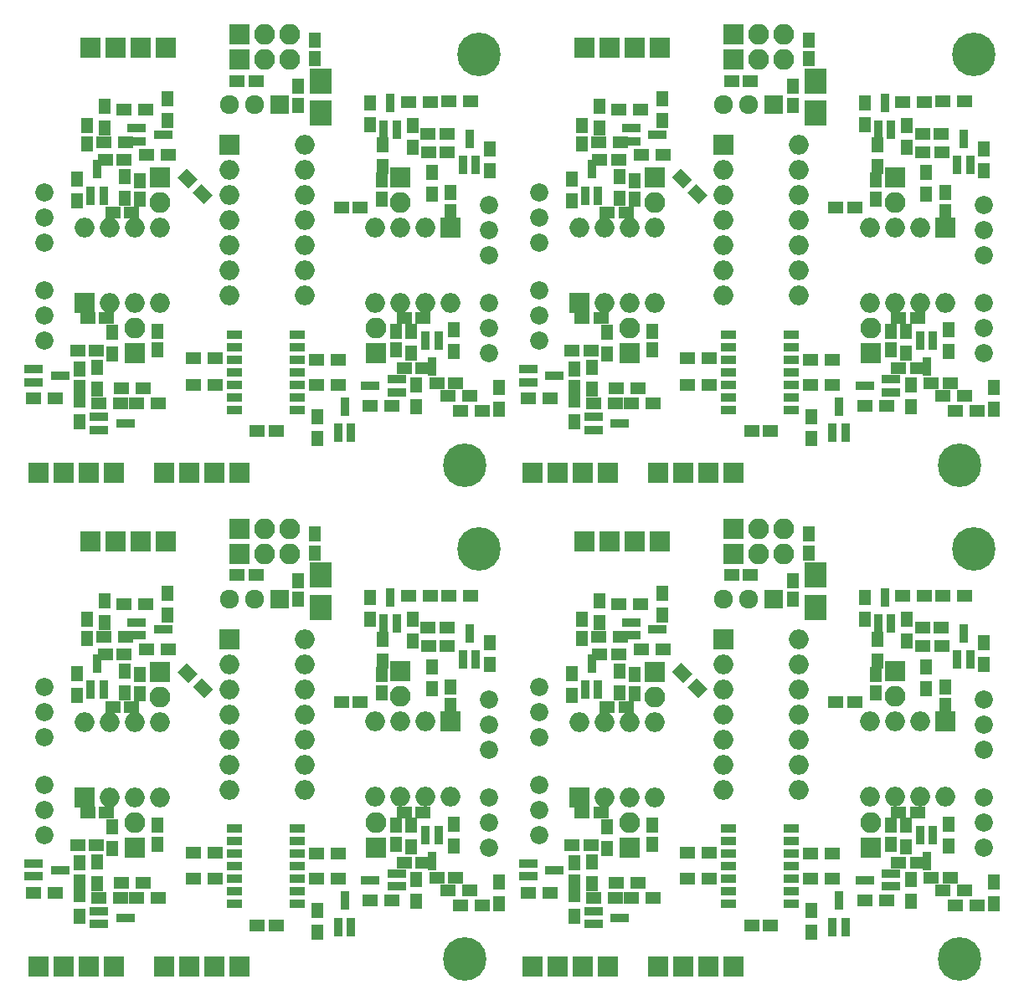
<source format=gbr>
G04 #@! TF.FileFunction,Soldermask,Top*
%FSLAX46Y46*%
G04 Gerber Fmt 4.6, Leading zero omitted, Abs format (unit mm)*
G04 Created by KiCad (PCBNEW 4.0.6) date 07/25/17 22:42:55*
%MOMM*%
%LPD*%
G01*
G04 APERTURE LIST*
%ADD10C,0.100000*%
%ADD11R,1.600000X1.150000*%
%ADD12R,1.150000X1.600000*%
%ADD13R,1.300000X1.600000*%
%ADD14C,4.400000*%
%ADD15R,1.600000X1.300000*%
%ADD16R,2.100000X2.100000*%
%ADD17O,2.100000X2.100000*%
%ADD18C,1.840000*%
%ADD19R,2.000000X2.000000*%
%ADD20O,2.000000X2.000000*%
%ADD21R,0.850000X1.900000*%
%ADD22R,1.900000X0.850000*%
%ADD23C,1.920000*%
%ADD24R,1.920000X1.920000*%
%ADD25R,2.200000X2.550000*%
%ADD26R,1.543000X0.908000*%
G04 APERTURE END LIST*
D10*
D11*
X118688000Y-121164000D03*
X116788000Y-121164000D03*
X68688000Y-121164000D03*
X66788000Y-121164000D03*
X118688000Y-71164000D03*
X116788000Y-71164000D03*
X118688000Y-116084000D03*
X116788000Y-116084000D03*
X68688000Y-116084000D03*
X66788000Y-116084000D03*
X118688000Y-66084000D03*
X116788000Y-66084000D03*
D12*
X115960000Y-117420000D03*
X115960000Y-119320000D03*
X65960000Y-117420000D03*
X65960000Y-119320000D03*
X115960000Y-67420000D03*
X115960000Y-69320000D03*
D13*
X117484000Y-117397000D03*
X117484000Y-119597000D03*
X67484000Y-117397000D03*
X67484000Y-119597000D03*
X117484000Y-67397000D03*
X117484000Y-69597000D03*
X126374000Y-123112000D03*
X126374000Y-125312000D03*
X76374000Y-123112000D03*
X76374000Y-125312000D03*
X126374000Y-73112000D03*
X126374000Y-75312000D03*
D14*
X122920000Y-130970000D03*
X72920000Y-130970000D03*
X122920000Y-80970000D03*
D15*
X123410000Y-123958000D03*
X121210000Y-123958000D03*
X73410000Y-123958000D03*
X71210000Y-123958000D03*
X123410000Y-73958000D03*
X121210000Y-73958000D03*
D11*
X121990000Y-122688000D03*
X120090000Y-122688000D03*
X71990000Y-122688000D03*
X70090000Y-122688000D03*
X121990000Y-72688000D03*
X120090000Y-72688000D03*
D15*
X124680000Y-125482000D03*
X122480000Y-125482000D03*
X74680000Y-125482000D03*
X72480000Y-125482000D03*
X124680000Y-75482000D03*
X122480000Y-75482000D03*
D11*
X110438000Y-104908000D03*
X112338000Y-104908000D03*
X60438000Y-104908000D03*
X62338000Y-104908000D03*
X110438000Y-54908000D03*
X112338000Y-54908000D03*
D16*
X113928000Y-119640000D03*
D17*
X113928000Y-117100000D03*
D16*
X63928000Y-119640000D03*
D17*
X63928000Y-117100000D03*
D16*
X113928000Y-69640000D03*
D17*
X113928000Y-67100000D03*
D18*
X125358000Y-104654000D03*
X125358000Y-107194000D03*
X125358000Y-109734000D03*
X75358000Y-104654000D03*
X75358000Y-107194000D03*
X75358000Y-109734000D03*
X125358000Y-54654000D03*
X125358000Y-57194000D03*
X125358000Y-59734000D03*
D13*
X121802000Y-119470000D03*
X121802000Y-117270000D03*
X71802000Y-119470000D03*
X71802000Y-117270000D03*
X121802000Y-69470000D03*
X121802000Y-67270000D03*
D18*
X125358000Y-114560000D03*
X125358000Y-117100000D03*
X125358000Y-119640000D03*
X75358000Y-114560000D03*
X75358000Y-117100000D03*
X75358000Y-119640000D03*
X125358000Y-64560000D03*
X125358000Y-67100000D03*
X125358000Y-69640000D03*
D19*
X121467000Y-106912000D03*
D20*
X113847000Y-114532000D03*
X118927000Y-106912000D03*
X116387000Y-114532000D03*
X116387000Y-106912000D03*
X118927000Y-114532000D03*
X113847000Y-106912000D03*
X121467000Y-114532000D03*
D19*
X71467000Y-106912000D03*
D20*
X63847000Y-114532000D03*
X68927000Y-106912000D03*
X66387000Y-114532000D03*
X66387000Y-106912000D03*
X68927000Y-114532000D03*
X63847000Y-106912000D03*
X71467000Y-114532000D03*
D19*
X121467000Y-56912000D03*
D20*
X113847000Y-64532000D03*
X118927000Y-56912000D03*
X116387000Y-64532000D03*
X116387000Y-56912000D03*
X118927000Y-64532000D03*
X113847000Y-56912000D03*
X121467000Y-64532000D03*
D21*
X120256000Y-118372000D03*
X118956000Y-118372000D03*
X119606000Y-121032000D03*
X70256000Y-118372000D03*
X68956000Y-118372000D03*
X69606000Y-121032000D03*
X120256000Y-68372000D03*
X118956000Y-68372000D03*
X119606000Y-71032000D03*
D12*
X121467000Y-105322000D03*
X121467000Y-103422000D03*
X71467000Y-105322000D03*
X71467000Y-103422000D03*
X121467000Y-55322000D03*
X121467000Y-53422000D03*
D15*
X115536000Y-124974000D03*
X113336000Y-124974000D03*
X65536000Y-124974000D03*
X63336000Y-124974000D03*
X115536000Y-74974000D03*
X113336000Y-74974000D03*
D22*
X116020000Y-123592000D03*
X116020000Y-122292000D03*
X113360000Y-122942000D03*
X66020000Y-123592000D03*
X66020000Y-122292000D03*
X63360000Y-122942000D03*
X116020000Y-73592000D03*
X116020000Y-72292000D03*
X113360000Y-72942000D03*
D13*
X117992000Y-125058000D03*
X117992000Y-122858000D03*
X67992000Y-125058000D03*
X67992000Y-122858000D03*
X117992000Y-75058000D03*
X117992000Y-72858000D03*
D21*
X110103000Y-127701000D03*
X111403000Y-127701000D03*
X110753000Y-125041000D03*
X60103000Y-127701000D03*
X61403000Y-127701000D03*
X60753000Y-125041000D03*
X110103000Y-77701000D03*
X111403000Y-77701000D03*
X110753000Y-75041000D03*
D16*
X85046000Y-88700000D03*
X35046000Y-88700000D03*
X85046000Y-38700000D03*
X92666000Y-88700000D03*
X42666000Y-88700000D03*
X92666000Y-38700000D03*
X90126000Y-88700000D03*
X40126000Y-88700000D03*
X90126000Y-38700000D03*
X87586000Y-88700000D03*
X37586000Y-88700000D03*
X87586000Y-38700000D03*
D15*
X90644000Y-95002000D03*
X88444000Y-95002000D03*
X40644000Y-95002000D03*
X38444000Y-95002000D03*
X90644000Y-45002000D03*
X88444000Y-45002000D03*
D23*
X101609000Y-94494000D03*
X99069000Y-94494000D03*
D24*
X104149000Y-94494000D03*
D23*
X51609000Y-94494000D03*
X49069000Y-94494000D03*
D24*
X54149000Y-94494000D03*
D23*
X101609000Y-44494000D03*
X99069000Y-44494000D03*
D24*
X104149000Y-44494000D03*
D16*
X100085000Y-87382000D03*
D17*
X102625000Y-87382000D03*
X105165000Y-87382000D03*
D16*
X50085000Y-87382000D03*
D17*
X52625000Y-87382000D03*
X55165000Y-87382000D03*
D16*
X100085000Y-37382000D03*
D17*
X102625000Y-37382000D03*
X105165000Y-37382000D03*
D16*
X100085000Y-89922000D03*
D17*
X102625000Y-89922000D03*
X105165000Y-89922000D03*
D16*
X50085000Y-89922000D03*
D17*
X52625000Y-89922000D03*
X55165000Y-89922000D03*
D16*
X100085000Y-39922000D03*
D17*
X102625000Y-39922000D03*
X105165000Y-39922000D03*
D12*
X106054000Y-94555000D03*
X106054000Y-92655000D03*
X56054000Y-94555000D03*
X56054000Y-92655000D03*
X106054000Y-44555000D03*
X106054000Y-42655000D03*
X107705000Y-89856000D03*
X107705000Y-87956000D03*
X57705000Y-89856000D03*
X57705000Y-87956000D03*
X107705000Y-39856000D03*
X107705000Y-37956000D03*
D11*
X99897000Y-92081000D03*
X101797000Y-92081000D03*
X49897000Y-92081000D03*
X51797000Y-92081000D03*
X99897000Y-42081000D03*
X101797000Y-42081000D03*
D25*
X108340000Y-95357000D03*
X108340000Y-92107000D03*
X58340000Y-95357000D03*
X58340000Y-92107000D03*
X108340000Y-45357000D03*
X108340000Y-42107000D03*
D22*
X89738000Y-96892000D03*
X89738000Y-98192000D03*
X92398000Y-97542000D03*
X39738000Y-96892000D03*
X39738000Y-98192000D03*
X42398000Y-97542000D03*
X89738000Y-46892000D03*
X89738000Y-48192000D03*
X92398000Y-47542000D03*
D13*
X92846000Y-93902000D03*
X92846000Y-96102000D03*
X42846000Y-93902000D03*
X42846000Y-96102000D03*
X92846000Y-43902000D03*
X92846000Y-46102000D03*
D12*
X84718000Y-96592000D03*
X84718000Y-98492000D03*
X34718000Y-96592000D03*
X34718000Y-98492000D03*
X84718000Y-46592000D03*
X84718000Y-48492000D03*
D13*
X86496000Y-96864000D03*
X86496000Y-94664000D03*
X36496000Y-96864000D03*
X36496000Y-94664000D03*
X86496000Y-46864000D03*
X86496000Y-44664000D03*
D15*
X86412000Y-98304000D03*
X88612000Y-98304000D03*
X36412000Y-98304000D03*
X38612000Y-98304000D03*
X86412000Y-48304000D03*
X88612000Y-48304000D03*
D14*
X124342000Y-89414000D03*
X74342000Y-89414000D03*
X124342000Y-39414000D03*
D13*
X125404000Y-98954000D03*
X125404000Y-101154000D03*
X75404000Y-98954000D03*
X75404000Y-101154000D03*
X125404000Y-48954000D03*
X125404000Y-51154000D03*
D11*
X119201000Y-97415000D03*
X121101000Y-97415000D03*
X69201000Y-97415000D03*
X71101000Y-97415000D03*
X119201000Y-47415000D03*
X121101000Y-47415000D03*
X121147000Y-99292000D03*
X119247000Y-99292000D03*
X71147000Y-99292000D03*
X69247000Y-99292000D03*
X121147000Y-49292000D03*
X119247000Y-49292000D03*
D15*
X123460000Y-94178000D03*
X121260000Y-94178000D03*
X73460000Y-94178000D03*
X71260000Y-94178000D03*
X123460000Y-44178000D03*
X121260000Y-44178000D03*
D21*
X122722000Y-100622000D03*
X124022000Y-100622000D03*
X123372000Y-97962000D03*
X72722000Y-100622000D03*
X74022000Y-100622000D03*
X73372000Y-97962000D03*
X122722000Y-50622000D03*
X124022000Y-50622000D03*
X123372000Y-47962000D03*
D16*
X116387000Y-101832000D03*
D17*
X116387000Y-104372000D03*
D16*
X66387000Y-101832000D03*
D17*
X66387000Y-104372000D03*
D16*
X116387000Y-51832000D03*
D17*
X116387000Y-54372000D03*
D12*
X114482000Y-104052000D03*
X114482000Y-102152000D03*
X64482000Y-104052000D03*
X64482000Y-102152000D03*
X114482000Y-54052000D03*
X114482000Y-52152000D03*
D13*
X119562000Y-103567000D03*
X119562000Y-101367000D03*
X69562000Y-103567000D03*
X69562000Y-101367000D03*
X119562000Y-53567000D03*
X119562000Y-51367000D03*
D21*
X114710000Y-97008000D03*
X116010000Y-97008000D03*
X115360000Y-94348000D03*
X64710000Y-97008000D03*
X66010000Y-97008000D03*
X65360000Y-94348000D03*
X114710000Y-47008000D03*
X116010000Y-47008000D03*
X115360000Y-44348000D03*
D15*
X119392000Y-94212000D03*
X117192000Y-94212000D03*
X69392000Y-94212000D03*
X67192000Y-94212000D03*
X119392000Y-44212000D03*
X117192000Y-44212000D03*
D13*
X114610000Y-98578000D03*
X114610000Y-100778000D03*
X64610000Y-98578000D03*
X64610000Y-100778000D03*
X114610000Y-48578000D03*
X114610000Y-50778000D03*
X113360000Y-94328000D03*
X113360000Y-96528000D03*
X63360000Y-94328000D03*
X63360000Y-96528000D03*
X113360000Y-44328000D03*
X113360000Y-46528000D03*
X117610000Y-98778000D03*
X117610000Y-96578000D03*
X67610000Y-98778000D03*
X67610000Y-96578000D03*
X117610000Y-48778000D03*
X117610000Y-46578000D03*
D16*
X92084000Y-101860000D03*
D17*
X92084000Y-104400000D03*
D16*
X42084000Y-101860000D03*
D17*
X42084000Y-104400000D03*
D16*
X92084000Y-51860000D03*
D17*
X92084000Y-54400000D03*
D21*
X85084000Y-103698000D03*
X86384000Y-103698000D03*
X85734000Y-101038000D03*
X35084000Y-103698000D03*
X36384000Y-103698000D03*
X35734000Y-101038000D03*
X85084000Y-53698000D03*
X86384000Y-53698000D03*
X85734000Y-51038000D03*
D10*
G36*
X93836878Y-101865117D02*
X94756117Y-100945878D01*
X95887488Y-102077249D01*
X94968249Y-102996488D01*
X93836878Y-101865117D01*
X93836878Y-101865117D01*
G37*
G36*
X95392512Y-103420751D02*
X96311751Y-102501512D01*
X97443122Y-103632883D01*
X96523883Y-104552122D01*
X95392512Y-103420751D01*
X95392512Y-103420751D01*
G37*
G36*
X43836878Y-101865117D02*
X44756117Y-100945878D01*
X45887488Y-102077249D01*
X44968249Y-102996488D01*
X43836878Y-101865117D01*
X43836878Y-101865117D01*
G37*
G36*
X45392512Y-103420751D02*
X46311751Y-102501512D01*
X47443122Y-103632883D01*
X46523883Y-104552122D01*
X45392512Y-103420751D01*
X45392512Y-103420751D01*
G37*
G36*
X93836878Y-51865117D02*
X94756117Y-50945878D01*
X95887488Y-52077249D01*
X94968249Y-52996488D01*
X93836878Y-51865117D01*
X93836878Y-51865117D01*
G37*
G36*
X95392512Y-53420751D02*
X96311751Y-52501512D01*
X97443122Y-53632883D01*
X96523883Y-54552122D01*
X95392512Y-53420751D01*
X95392512Y-53420751D01*
G37*
D11*
X86562000Y-100082000D03*
X88462000Y-100082000D03*
X36562000Y-100082000D03*
X38462000Y-100082000D03*
X86562000Y-50082000D03*
X88462000Y-50082000D03*
X87324000Y-105416000D03*
X89224000Y-105416000D03*
X37324000Y-105416000D03*
X39224000Y-105416000D03*
X87324000Y-55416000D03*
X89224000Y-55416000D03*
D15*
X92930000Y-99574000D03*
X90730000Y-99574000D03*
X42930000Y-99574000D03*
X40730000Y-99574000D03*
X92930000Y-49574000D03*
X90730000Y-49574000D03*
D12*
X90052000Y-104080000D03*
X90052000Y-102180000D03*
X40052000Y-104080000D03*
X40052000Y-102180000D03*
X90052000Y-54080000D03*
X90052000Y-52180000D03*
D13*
X88528000Y-103976000D03*
X88528000Y-101776000D03*
X38528000Y-103976000D03*
X38528000Y-101776000D03*
X88528000Y-53976000D03*
X88528000Y-51776000D03*
X107959000Y-126033000D03*
X107959000Y-128233000D03*
X57959000Y-126033000D03*
X57959000Y-128233000D03*
X107959000Y-76033000D03*
X107959000Y-78233000D03*
D16*
X95005000Y-131705000D03*
X45005000Y-131705000D03*
X95005000Y-81705000D03*
X97545000Y-131705000D03*
X47545000Y-131705000D03*
X97545000Y-81705000D03*
X100085000Y-131705000D03*
X50085000Y-131705000D03*
X100085000Y-81705000D03*
D11*
X101929000Y-127514000D03*
X103829000Y-127514000D03*
X51929000Y-127514000D03*
X53829000Y-127514000D03*
X101929000Y-77514000D03*
X103829000Y-77514000D03*
D12*
X91830000Y-117420000D03*
X91830000Y-119320000D03*
X41830000Y-117420000D03*
X41830000Y-119320000D03*
X91830000Y-67420000D03*
X91830000Y-69320000D03*
D16*
X89544000Y-119640000D03*
D17*
X89544000Y-117100000D03*
D16*
X39544000Y-119640000D03*
D17*
X39544000Y-117100000D03*
D16*
X89544000Y-69640000D03*
D17*
X89544000Y-67100000D03*
D13*
X87258000Y-117524000D03*
X87258000Y-119724000D03*
X37258000Y-117524000D03*
X37258000Y-119724000D03*
X87258000Y-67524000D03*
X87258000Y-69724000D03*
D11*
X83768000Y-119386000D03*
X85668000Y-119386000D03*
X33768000Y-119386000D03*
X35668000Y-119386000D03*
X83768000Y-69386000D03*
X85668000Y-69386000D03*
X84784000Y-116084000D03*
X86684000Y-116084000D03*
X34784000Y-116084000D03*
X36684000Y-116084000D03*
X84784000Y-66084000D03*
X86684000Y-66084000D03*
D19*
X99069000Y-98558000D03*
D20*
X106689000Y-113798000D03*
X99069000Y-101098000D03*
X106689000Y-111258000D03*
X99069000Y-103638000D03*
X106689000Y-108718000D03*
X99069000Y-106178000D03*
X106689000Y-106178000D03*
X99069000Y-108718000D03*
X106689000Y-103638000D03*
X99069000Y-111258000D03*
X106689000Y-101098000D03*
X99069000Y-113798000D03*
X106689000Y-98558000D03*
D19*
X49069000Y-98558000D03*
D20*
X56689000Y-113798000D03*
X49069000Y-101098000D03*
X56689000Y-111258000D03*
X49069000Y-103638000D03*
X56689000Y-108718000D03*
X49069000Y-106178000D03*
X56689000Y-106178000D03*
X49069000Y-108718000D03*
X56689000Y-103638000D03*
X49069000Y-111258000D03*
X56689000Y-101098000D03*
X49069000Y-113798000D03*
X56689000Y-98558000D03*
D19*
X99069000Y-48558000D03*
D20*
X106689000Y-63798000D03*
X99069000Y-51098000D03*
X106689000Y-61258000D03*
X99069000Y-53638000D03*
X106689000Y-58718000D03*
X99069000Y-56178000D03*
X106689000Y-56178000D03*
X99069000Y-58718000D03*
X106689000Y-53638000D03*
X99069000Y-61258000D03*
X106689000Y-51098000D03*
X99069000Y-63798000D03*
X106689000Y-48558000D03*
D15*
X97629000Y-120148000D03*
X95429000Y-120148000D03*
X47629000Y-120148000D03*
X45429000Y-120148000D03*
X97629000Y-70148000D03*
X95429000Y-70148000D03*
X107875000Y-122815000D03*
X110075000Y-122815000D03*
X57875000Y-122815000D03*
X60075000Y-122815000D03*
X107875000Y-72815000D03*
X110075000Y-72815000D03*
X97629000Y-122815000D03*
X95429000Y-122815000D03*
X47629000Y-122815000D03*
X45429000Y-122815000D03*
X97629000Y-72815000D03*
X95429000Y-72815000D03*
D26*
X99577000Y-117735000D03*
X99577000Y-119005000D03*
X99577000Y-120275000D03*
X99577000Y-121545000D03*
X99577000Y-122815000D03*
X99577000Y-124085000D03*
X99577000Y-125355000D03*
X105927000Y-125355000D03*
X105927000Y-124085000D03*
X105927000Y-121545000D03*
X105927000Y-120275000D03*
X105927000Y-119005000D03*
X105927000Y-117735000D03*
X105927000Y-122815000D03*
X49577000Y-117735000D03*
X49577000Y-119005000D03*
X49577000Y-120275000D03*
X49577000Y-121545000D03*
X49577000Y-122815000D03*
X49577000Y-124085000D03*
X49577000Y-125355000D03*
X55927000Y-125355000D03*
X55927000Y-124085000D03*
X55927000Y-121545000D03*
X55927000Y-120275000D03*
X55927000Y-119005000D03*
X55927000Y-117735000D03*
X55927000Y-122815000D03*
X99577000Y-67735000D03*
X99577000Y-69005000D03*
X99577000Y-70275000D03*
X99577000Y-71545000D03*
X99577000Y-72815000D03*
X99577000Y-74085000D03*
X99577000Y-75355000D03*
X105927000Y-75355000D03*
X105927000Y-74085000D03*
X105927000Y-71545000D03*
X105927000Y-70275000D03*
X105927000Y-69005000D03*
X105927000Y-67735000D03*
X105927000Y-72815000D03*
D15*
X107875000Y-120275000D03*
X110075000Y-120275000D03*
X57875000Y-120275000D03*
X60075000Y-120275000D03*
X107875000Y-70275000D03*
X110075000Y-70275000D03*
D16*
X79765000Y-131705000D03*
X29765000Y-131705000D03*
X79765000Y-81705000D03*
X84845000Y-131705000D03*
X34845000Y-131705000D03*
X84845000Y-81705000D03*
X82305000Y-131705000D03*
X32305000Y-131705000D03*
X82305000Y-81705000D03*
D22*
X79324000Y-121276000D03*
X79324000Y-122576000D03*
X81984000Y-121926000D03*
X29324000Y-121276000D03*
X29324000Y-122576000D03*
X31984000Y-121926000D03*
X79324000Y-71276000D03*
X79324000Y-72576000D03*
X81984000Y-71926000D03*
D15*
X81500000Y-124212000D03*
X79300000Y-124212000D03*
X31500000Y-124212000D03*
X29300000Y-124212000D03*
X81500000Y-74212000D03*
X79300000Y-74212000D03*
D13*
X85734000Y-123280000D03*
X85734000Y-121080000D03*
X35734000Y-123280000D03*
X35734000Y-121080000D03*
X85734000Y-73280000D03*
X85734000Y-71080000D03*
D12*
X83956000Y-123130000D03*
X83956000Y-121230000D03*
X33956000Y-123130000D03*
X33956000Y-121230000D03*
X83956000Y-73130000D03*
X83956000Y-71230000D03*
D16*
X92465000Y-131705000D03*
X42465000Y-131705000D03*
X92465000Y-81705000D03*
X87385000Y-131705000D03*
X37385000Y-131705000D03*
X87385000Y-81705000D03*
D22*
X85928000Y-126102000D03*
X85928000Y-127402000D03*
X88588000Y-126752000D03*
X35928000Y-126102000D03*
X35928000Y-127402000D03*
X38588000Y-126752000D03*
X85928000Y-76102000D03*
X85928000Y-77402000D03*
X88588000Y-76752000D03*
D15*
X91914000Y-124720000D03*
X89714000Y-124720000D03*
X41914000Y-124720000D03*
X39714000Y-124720000D03*
X91914000Y-74720000D03*
X89714000Y-74720000D03*
X88104000Y-124720000D03*
X85904000Y-124720000D03*
X38104000Y-124720000D03*
X35904000Y-124720000D03*
X88104000Y-74720000D03*
X85904000Y-74720000D03*
X90390000Y-123196000D03*
X88190000Y-123196000D03*
X40390000Y-123196000D03*
X38190000Y-123196000D03*
X90390000Y-73196000D03*
X88190000Y-73196000D03*
D13*
X83956000Y-126582000D03*
X83956000Y-124382000D03*
X33956000Y-126582000D03*
X33956000Y-124382000D03*
X83956000Y-76582000D03*
X83956000Y-74382000D03*
X83702000Y-102030000D03*
X83702000Y-104230000D03*
X33702000Y-102030000D03*
X33702000Y-104230000D03*
X83702000Y-52030000D03*
X83702000Y-54230000D03*
D19*
X84464000Y-114560000D03*
D20*
X92084000Y-106940000D03*
X87004000Y-114560000D03*
X89544000Y-106940000D03*
X89544000Y-114560000D03*
X87004000Y-106940000D03*
X92084000Y-114560000D03*
X84464000Y-106940000D03*
D19*
X34464000Y-114560000D03*
D20*
X42084000Y-106940000D03*
X37004000Y-114560000D03*
X39544000Y-106940000D03*
X39544000Y-114560000D03*
X37004000Y-106940000D03*
X42084000Y-114560000D03*
X34464000Y-106940000D03*
D19*
X84464000Y-64560000D03*
D20*
X92084000Y-56940000D03*
X87004000Y-64560000D03*
X89544000Y-56940000D03*
X89544000Y-64560000D03*
X87004000Y-56940000D03*
X92084000Y-64560000D03*
X84464000Y-56940000D03*
D18*
X80400000Y-118370000D03*
X80400000Y-115830000D03*
X80400000Y-113290000D03*
X30400000Y-118370000D03*
X30400000Y-115830000D03*
X30400000Y-113290000D03*
X80400000Y-68370000D03*
X80400000Y-65830000D03*
X80400000Y-63290000D03*
X80400000Y-108464000D03*
X80400000Y-105924000D03*
X80400000Y-103384000D03*
X30400000Y-108464000D03*
X30400000Y-105924000D03*
X30400000Y-103384000D03*
X80400000Y-58464000D03*
X80400000Y-55924000D03*
X80400000Y-53384000D03*
D14*
X72920000Y-80970000D03*
D13*
X67992000Y-75058000D03*
X67992000Y-72858000D03*
D26*
X49577000Y-67735000D03*
X49577000Y-69005000D03*
X49577000Y-70275000D03*
X49577000Y-71545000D03*
X49577000Y-72815000D03*
X49577000Y-74085000D03*
X49577000Y-75355000D03*
X55927000Y-75355000D03*
X55927000Y-74085000D03*
X55927000Y-71545000D03*
X55927000Y-70275000D03*
X55927000Y-69005000D03*
X55927000Y-67735000D03*
X55927000Y-72815000D03*
D12*
X41830000Y-67420000D03*
X41830000Y-69320000D03*
X40052000Y-54080000D03*
X40052000Y-52180000D03*
D11*
X60438000Y-54908000D03*
X62338000Y-54908000D03*
X34784000Y-66084000D03*
X36684000Y-66084000D03*
X37324000Y-55416000D03*
X39224000Y-55416000D03*
X51929000Y-77514000D03*
X53829000Y-77514000D03*
X49897000Y-42081000D03*
X51797000Y-42081000D03*
D12*
X57705000Y-39856000D03*
X57705000Y-37956000D03*
D11*
X33768000Y-69386000D03*
X35668000Y-69386000D03*
X36562000Y-50082000D03*
X38462000Y-50082000D03*
D12*
X33956000Y-73130000D03*
X33956000Y-71230000D03*
X34718000Y-46592000D03*
X34718000Y-48492000D03*
X56054000Y-44555000D03*
X56054000Y-42655000D03*
X64482000Y-54052000D03*
X64482000Y-52152000D03*
X65960000Y-67420000D03*
X65960000Y-69320000D03*
X71467000Y-55322000D03*
X71467000Y-53422000D03*
D11*
X68688000Y-66084000D03*
X66788000Y-66084000D03*
X71147000Y-49292000D03*
X69247000Y-49292000D03*
X68688000Y-71164000D03*
X66788000Y-71164000D03*
X69201000Y-47415000D03*
X71101000Y-47415000D03*
X71990000Y-72688000D03*
X70090000Y-72688000D03*
D13*
X37258000Y-67524000D03*
X37258000Y-69724000D03*
X38528000Y-53976000D03*
X38528000Y-51776000D03*
D15*
X31500000Y-74212000D03*
X29300000Y-74212000D03*
D13*
X33702000Y-52030000D03*
X33702000Y-54230000D03*
D15*
X47629000Y-72815000D03*
X45429000Y-72815000D03*
X47629000Y-70148000D03*
X45429000Y-70148000D03*
D10*
G36*
X43836878Y-51865117D02*
X44756117Y-50945878D01*
X45887488Y-52077249D01*
X44968249Y-52996488D01*
X43836878Y-51865117D01*
X43836878Y-51865117D01*
G37*
G36*
X45392512Y-53420751D02*
X46311751Y-52501512D01*
X47443122Y-53632883D01*
X46523883Y-54552122D01*
X45392512Y-53420751D01*
X45392512Y-53420751D01*
G37*
D13*
X33956000Y-76582000D03*
X33956000Y-74382000D03*
X36496000Y-46864000D03*
X36496000Y-44664000D03*
D15*
X38104000Y-74720000D03*
X35904000Y-74720000D03*
D13*
X35734000Y-73280000D03*
X35734000Y-71080000D03*
D15*
X40644000Y-45002000D03*
X38444000Y-45002000D03*
X36412000Y-48304000D03*
X38612000Y-48304000D03*
X41914000Y-74720000D03*
X39714000Y-74720000D03*
D13*
X42846000Y-43902000D03*
X42846000Y-46102000D03*
D15*
X40390000Y-73196000D03*
X38190000Y-73196000D03*
X42930000Y-49574000D03*
X40730000Y-49574000D03*
D13*
X69562000Y-53567000D03*
X69562000Y-51367000D03*
X67484000Y-67397000D03*
X67484000Y-69597000D03*
X75404000Y-48954000D03*
X75404000Y-51154000D03*
X71802000Y-69470000D03*
X71802000Y-67270000D03*
D15*
X57875000Y-70275000D03*
X60075000Y-70275000D03*
X57875000Y-72815000D03*
X60075000Y-72815000D03*
D13*
X67610000Y-48778000D03*
X67610000Y-46578000D03*
D15*
X73410000Y-73958000D03*
X71210000Y-73958000D03*
D13*
X63360000Y-44328000D03*
X63360000Y-46528000D03*
X64610000Y-48578000D03*
X64610000Y-50778000D03*
D15*
X74680000Y-75482000D03*
X72480000Y-75482000D03*
X73460000Y-44178000D03*
X71260000Y-44178000D03*
D13*
X76374000Y-73112000D03*
X76374000Y-75312000D03*
D15*
X69392000Y-44212000D03*
X67192000Y-44212000D03*
X65536000Y-74974000D03*
X63336000Y-74974000D03*
D22*
X29324000Y-71276000D03*
X29324000Y-72576000D03*
X31984000Y-71926000D03*
D21*
X35084000Y-53698000D03*
X36384000Y-53698000D03*
X35734000Y-51038000D03*
D16*
X50085000Y-39922000D03*
D17*
X52625000Y-39922000D03*
X55165000Y-39922000D03*
D16*
X50085000Y-37382000D03*
D17*
X52625000Y-37382000D03*
X55165000Y-37382000D03*
D22*
X66020000Y-73592000D03*
X66020000Y-72292000D03*
X63360000Y-72942000D03*
D21*
X64710000Y-47008000D03*
X66010000Y-47008000D03*
X65360000Y-44348000D03*
X70256000Y-68372000D03*
X68956000Y-68372000D03*
X69606000Y-71032000D03*
X72722000Y-50622000D03*
X74022000Y-50622000D03*
X73372000Y-47962000D03*
D22*
X39738000Y-46892000D03*
X39738000Y-48192000D03*
X42398000Y-47542000D03*
X35928000Y-76102000D03*
X35928000Y-77402000D03*
X38588000Y-76752000D03*
D19*
X71467000Y-56912000D03*
D20*
X63847000Y-64532000D03*
X68927000Y-56912000D03*
X66387000Y-64532000D03*
X66387000Y-56912000D03*
X68927000Y-64532000D03*
X63847000Y-56912000D03*
X71467000Y-64532000D03*
D19*
X34464000Y-64560000D03*
D20*
X42084000Y-56940000D03*
X37004000Y-64560000D03*
X39544000Y-56940000D03*
X39544000Y-64560000D03*
X37004000Y-56940000D03*
X42084000Y-64560000D03*
X34464000Y-56940000D03*
D18*
X75358000Y-64560000D03*
X75358000Y-67100000D03*
X75358000Y-69640000D03*
X75358000Y-54654000D03*
X75358000Y-57194000D03*
X75358000Y-59734000D03*
X30400000Y-58464000D03*
X30400000Y-55924000D03*
X30400000Y-53384000D03*
X30400000Y-68370000D03*
X30400000Y-65830000D03*
X30400000Y-63290000D03*
D16*
X63928000Y-69640000D03*
D17*
X63928000Y-67100000D03*
D16*
X66387000Y-51832000D03*
D17*
X66387000Y-54372000D03*
D16*
X42084000Y-51860000D03*
D17*
X42084000Y-54400000D03*
D16*
X39544000Y-69640000D03*
D17*
X39544000Y-67100000D03*
D16*
X42666000Y-38700000D03*
X40126000Y-38700000D03*
X50085000Y-81705000D03*
X47545000Y-81705000D03*
X37385000Y-81705000D03*
X34845000Y-81705000D03*
X37586000Y-38700000D03*
X35046000Y-38700000D03*
X45005000Y-81705000D03*
X42465000Y-81705000D03*
X32305000Y-81705000D03*
X29765000Y-81705000D03*
D25*
X58340000Y-45357000D03*
X58340000Y-42107000D03*
D19*
X49069000Y-48558000D03*
D20*
X56689000Y-63798000D03*
X49069000Y-51098000D03*
X56689000Y-61258000D03*
X49069000Y-53638000D03*
X56689000Y-58718000D03*
X49069000Y-56178000D03*
X56689000Y-56178000D03*
X49069000Y-58718000D03*
X56689000Y-53638000D03*
X49069000Y-61258000D03*
X56689000Y-51098000D03*
X49069000Y-63798000D03*
X56689000Y-48558000D03*
D23*
X51609000Y-44494000D03*
X49069000Y-44494000D03*
D24*
X54149000Y-44494000D03*
D21*
X60103000Y-77701000D03*
X61403000Y-77701000D03*
X60753000Y-75041000D03*
D13*
X57959000Y-76033000D03*
X57959000Y-78233000D03*
D14*
X74342000Y-39414000D03*
M02*

</source>
